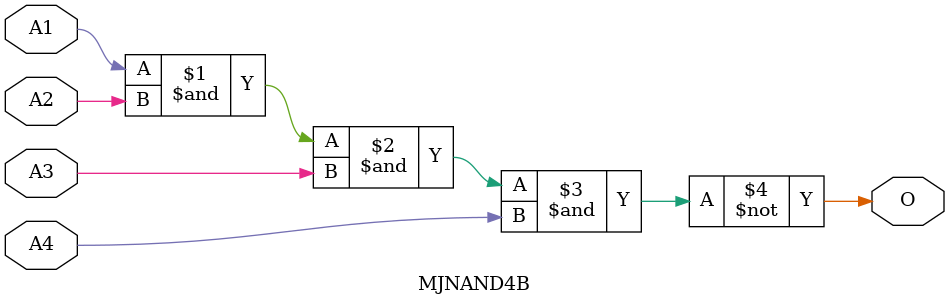
<source format=v>
module MJNAND4B(A1, A2, A3, A4, O);
input   A1;
input   A2;
input   A3;
input   A4;
output  O;
nand g0(O, A1, A2, A3, A4);
endmodule
</source>
